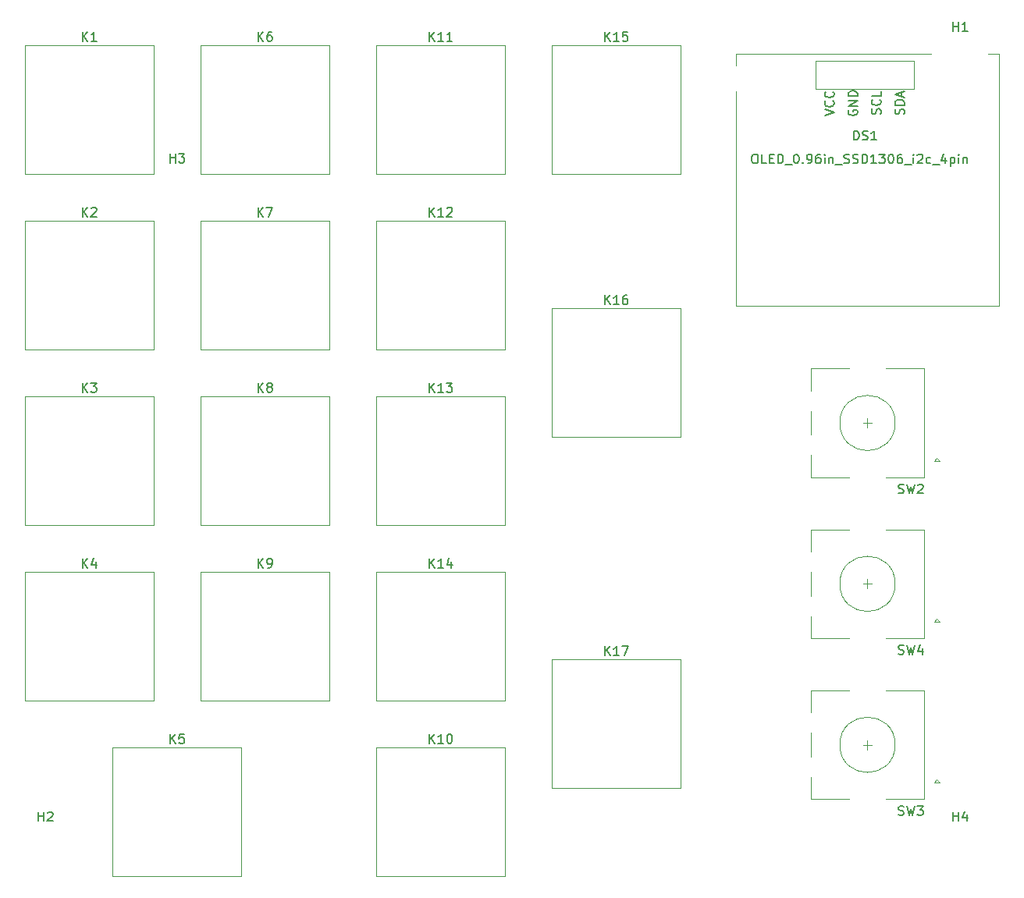
<source format=gto>
G04 #@! TF.GenerationSoftware,KiCad,Pcbnew,(5.1.4)-1*
G04 #@! TF.CreationDate,2020-08-18T14:14:28-04:00*
G04 #@! TF.ProjectId,my_keyboard,6d795f6b-6579-4626-9f61-72642e6b6963,rev?*
G04 #@! TF.SameCoordinates,Original*
G04 #@! TF.FileFunction,Legend,Top*
G04 #@! TF.FilePolarity,Positive*
%FSLAX46Y46*%
G04 Gerber Fmt 4.6, Leading zero omitted, Abs format (unit mm)*
G04 Created by KiCad (PCBNEW (5.1.4)-1) date 2020-08-18 14:14:28*
%MOMM*%
%LPD*%
G04 APERTURE LIST*
%ADD10C,0.120000*%
%ADD11C,0.150000*%
%ADD12C,4.102000*%
%ADD13C,2.302000*%
%ADD14C,1.880000*%
%ADD15C,1.802000*%
%ADD16C,2.102000*%
%ADD17R,3.302000X2.102000*%
%ADD18R,2.102000X2.102000*%
%ADD19C,0.902000*%
%ADD20C,6.502000*%
%ADD21O,1.802000X2.802000*%
G04 APERTURE END LIST*
D10*
X155099000Y-138747000D02*
X155099000Y-124777000D01*
X169069000Y-138747000D02*
X155099000Y-138747000D01*
X169069000Y-124777000D02*
X169069000Y-138747000D01*
X155099000Y-124777000D02*
X169069000Y-124777000D01*
X155099000Y-100647400D02*
X155099000Y-86677400D01*
X169069000Y-100647400D02*
X155099000Y-100647400D01*
X169069000Y-86677400D02*
X169069000Y-100647400D01*
X155099000Y-86677400D02*
X169069000Y-86677400D01*
X107473000Y-148272000D02*
X107473000Y-134302000D01*
X121443000Y-148272000D02*
X107473000Y-148272000D01*
X121443000Y-134302000D02*
X121443000Y-148272000D01*
X107473000Y-134302000D02*
X121443000Y-134302000D01*
X175101000Y-59054900D02*
X203601000Y-59054900D01*
X203601000Y-59054900D02*
X203601000Y-86354900D01*
X203601000Y-86354900D02*
X175101000Y-86354900D01*
X175101000Y-86354900D02*
X175101000Y-59054900D01*
X185261000Y-59816900D02*
X183737000Y-59816900D01*
X183737000Y-59816900D02*
X183737000Y-62864900D01*
X183737000Y-62864900D02*
X194405000Y-62864900D01*
X194405000Y-62864900D02*
X194405000Y-59816900D01*
X194405000Y-59816900D02*
X185261000Y-59816900D01*
X97949000Y-72072400D02*
X97949000Y-58102400D01*
X111919000Y-72072400D02*
X97949000Y-72072400D01*
X111919000Y-58102400D02*
X111919000Y-72072400D01*
X97949000Y-58102400D02*
X111919000Y-58102400D01*
X97949000Y-77152400D02*
X111919000Y-77152400D01*
X111919000Y-77152400D02*
X111919000Y-91122400D01*
X111919000Y-91122400D02*
X97949000Y-91122400D01*
X97949000Y-91122400D02*
X97949000Y-77152400D01*
X97949000Y-110172400D02*
X97949000Y-96202400D01*
X111919000Y-110172400D02*
X97949000Y-110172400D01*
X111919000Y-96202400D02*
X111919000Y-110172400D01*
X97949000Y-96202400D02*
X111919000Y-96202400D01*
X97949000Y-115252000D02*
X111919000Y-115252000D01*
X111919000Y-115252000D02*
X111919000Y-129222000D01*
X111919000Y-129222000D02*
X97949000Y-129222000D01*
X97949000Y-129222000D02*
X97949000Y-115252000D01*
X116999000Y-58102400D02*
X130969000Y-58102400D01*
X130969000Y-58102400D02*
X130969000Y-72072400D01*
X130969000Y-72072400D02*
X116999000Y-72072400D01*
X116999000Y-72072400D02*
X116999000Y-58102400D01*
X116999000Y-91122400D02*
X116999000Y-77152400D01*
X130969000Y-91122400D02*
X116999000Y-91122400D01*
X130969000Y-77152400D02*
X130969000Y-91122400D01*
X116999000Y-77152400D02*
X130969000Y-77152400D01*
X116999000Y-96202400D02*
X130969000Y-96202400D01*
X130969000Y-96202400D02*
X130969000Y-110172400D01*
X130969000Y-110172400D02*
X116999000Y-110172400D01*
X116999000Y-110172400D02*
X116999000Y-96202400D01*
X116999000Y-129222000D02*
X116999000Y-115252000D01*
X130969000Y-129222000D02*
X116999000Y-129222000D01*
X130969000Y-115252000D02*
X130969000Y-129222000D01*
X116999000Y-115252000D02*
X130969000Y-115252000D01*
X136049000Y-134302000D02*
X150019000Y-134302000D01*
X150019000Y-134302000D02*
X150019000Y-148272000D01*
X150019000Y-148272000D02*
X136049000Y-148272000D01*
X136049000Y-148272000D02*
X136049000Y-134302000D01*
X136049000Y-72072400D02*
X136049000Y-58102400D01*
X150019000Y-72072400D02*
X136049000Y-72072400D01*
X150019000Y-58102400D02*
X150019000Y-72072400D01*
X136049000Y-58102400D02*
X150019000Y-58102400D01*
X136049000Y-77152400D02*
X150019000Y-77152400D01*
X150019000Y-77152400D02*
X150019000Y-91122400D01*
X150019000Y-91122400D02*
X136049000Y-91122400D01*
X136049000Y-91122400D02*
X136049000Y-77152400D01*
X136049000Y-110172400D02*
X136049000Y-96202400D01*
X150019000Y-110172400D02*
X136049000Y-110172400D01*
X150019000Y-96202400D02*
X150019000Y-110172400D01*
X136049000Y-96202400D02*
X150019000Y-96202400D01*
X136049000Y-115252000D02*
X150019000Y-115252000D01*
X150019000Y-115252000D02*
X150019000Y-129222000D01*
X150019000Y-129222000D02*
X136049000Y-129222000D01*
X136049000Y-129222000D02*
X136049000Y-115252000D01*
X155099000Y-58102400D02*
X169069000Y-58102400D01*
X169069000Y-58102400D02*
X169069000Y-72072400D01*
X169069000Y-72072400D02*
X155099000Y-72072400D01*
X155099000Y-72072400D02*
X155099000Y-58102400D01*
X189850000Y-99100000D02*
X188850000Y-99100000D01*
X189350000Y-99600000D02*
X189350000Y-98600000D01*
X183250000Y-95600000D02*
X183250000Y-93200000D01*
X183250000Y-100400000D02*
X183250000Y-97800000D01*
X183250000Y-105000000D02*
X183250000Y-102600000D01*
X196550000Y-103200000D02*
X196850000Y-102900000D01*
X197150000Y-103200000D02*
X196550000Y-103200000D01*
X196850000Y-102900000D02*
X197150000Y-103200000D01*
X195450000Y-105000000D02*
X195450000Y-93200000D01*
X191350000Y-105000000D02*
X195450000Y-105000000D01*
X191350000Y-93200000D02*
X195450000Y-93200000D01*
X183250000Y-93200000D02*
X187350000Y-93200000D01*
X187350000Y-105000000D02*
X183250000Y-105000000D01*
X192350000Y-99100000D02*
G75*
G03X192350000Y-99100000I-3000000J0D01*
G01*
X192350000Y-134025000D02*
G75*
G03X192350000Y-134025000I-3000000J0D01*
G01*
X187350000Y-139925000D02*
X183250000Y-139925000D01*
X183250000Y-128125000D02*
X187350000Y-128125000D01*
X191350000Y-128125000D02*
X195450000Y-128125000D01*
X191350000Y-139925000D02*
X195450000Y-139925000D01*
X195450000Y-139925000D02*
X195450000Y-128125000D01*
X196850000Y-137825000D02*
X197150000Y-138125000D01*
X197150000Y-138125000D02*
X196550000Y-138125000D01*
X196550000Y-138125000D02*
X196850000Y-137825000D01*
X183250000Y-139925000D02*
X183250000Y-137525000D01*
X183250000Y-135325000D02*
X183250000Y-132725000D01*
X183250000Y-130525000D02*
X183250000Y-128125000D01*
X189350000Y-134525000D02*
X189350000Y-133525000D01*
X189850000Y-134025000D02*
X188850000Y-134025000D01*
X189850000Y-116562000D02*
X188850000Y-116562000D01*
X189350000Y-117062000D02*
X189350000Y-116062000D01*
X183250000Y-113062000D02*
X183250000Y-110662000D01*
X183250000Y-117862000D02*
X183250000Y-115262000D01*
X183250000Y-122462000D02*
X183250000Y-120062000D01*
X196550000Y-120662000D02*
X196850000Y-120362000D01*
X197150000Y-120662000D02*
X196550000Y-120662000D01*
X196850000Y-120362000D02*
X197150000Y-120662000D01*
X195450000Y-122462000D02*
X195450000Y-110662000D01*
X191350000Y-122462000D02*
X195450000Y-122462000D01*
X191350000Y-110662000D02*
X195450000Y-110662000D01*
X183250000Y-110662000D02*
X187350000Y-110662000D01*
X187350000Y-122462000D02*
X183250000Y-122462000D01*
X192350000Y-116562000D02*
G75*
G03X192350000Y-116562000I-3000000J0D01*
G01*
D11*
X160869714Y-124340380D02*
X160869714Y-123340380D01*
X161441142Y-124340380D02*
X161012571Y-123768952D01*
X161441142Y-123340380D02*
X160869714Y-123911809D01*
X162393523Y-124340380D02*
X161822095Y-124340380D01*
X162107809Y-124340380D02*
X162107809Y-123340380D01*
X162012571Y-123483238D01*
X161917333Y-123578476D01*
X161822095Y-123626095D01*
X162726857Y-123340380D02*
X163393523Y-123340380D01*
X162964952Y-124340380D01*
X160869714Y-86240780D02*
X160869714Y-85240780D01*
X161441142Y-86240780D02*
X161012571Y-85669352D01*
X161441142Y-85240780D02*
X160869714Y-85812209D01*
X162393523Y-86240780D02*
X161822095Y-86240780D01*
X162107809Y-86240780D02*
X162107809Y-85240780D01*
X162012571Y-85383638D01*
X161917333Y-85478876D01*
X161822095Y-85526495D01*
X163250666Y-85240780D02*
X163060190Y-85240780D01*
X162964952Y-85288400D01*
X162917333Y-85336019D01*
X162822095Y-85478876D01*
X162774476Y-85669352D01*
X162774476Y-86050304D01*
X162822095Y-86145542D01*
X162869714Y-86193161D01*
X162964952Y-86240780D01*
X163155428Y-86240780D01*
X163250666Y-86193161D01*
X163298285Y-86145542D01*
X163345904Y-86050304D01*
X163345904Y-85812209D01*
X163298285Y-85716971D01*
X163250666Y-85669352D01*
X163155428Y-85621733D01*
X162964952Y-85621733D01*
X162869714Y-85669352D01*
X162822095Y-85716971D01*
X162774476Y-85812209D01*
X113719904Y-133865380D02*
X113719904Y-132865380D01*
X114291333Y-133865380D02*
X113862761Y-133293952D01*
X114291333Y-132865380D02*
X113719904Y-133436809D01*
X115196095Y-132865380D02*
X114719904Y-132865380D01*
X114672285Y-133341571D01*
X114719904Y-133293952D01*
X114815142Y-133246333D01*
X115053238Y-133246333D01*
X115148476Y-133293952D01*
X115196095Y-133341571D01*
X115243714Y-133436809D01*
X115243714Y-133674904D01*
X115196095Y-133770142D01*
X115148476Y-133817761D01*
X115053238Y-133865380D01*
X114815142Y-133865380D01*
X114719904Y-133817761D01*
X114672285Y-133770142D01*
X187856714Y-68397280D02*
X187856714Y-67397280D01*
X188094809Y-67397280D01*
X188237666Y-67444900D01*
X188332904Y-67540138D01*
X188380523Y-67635376D01*
X188428142Y-67825852D01*
X188428142Y-67968709D01*
X188380523Y-68159185D01*
X188332904Y-68254423D01*
X188237666Y-68349661D01*
X188094809Y-68397280D01*
X187856714Y-68397280D01*
X188809095Y-68349661D02*
X188951952Y-68397280D01*
X189190047Y-68397280D01*
X189285285Y-68349661D01*
X189332904Y-68302042D01*
X189380523Y-68206804D01*
X189380523Y-68111566D01*
X189332904Y-68016328D01*
X189285285Y-67968709D01*
X189190047Y-67921090D01*
X188999571Y-67873471D01*
X188904333Y-67825852D01*
X188856714Y-67778233D01*
X188809095Y-67682995D01*
X188809095Y-67587757D01*
X188856714Y-67492519D01*
X188904333Y-67444900D01*
X188999571Y-67397280D01*
X189237666Y-67397280D01*
X189380523Y-67444900D01*
X190332904Y-68397280D02*
X189761476Y-68397280D01*
X190047190Y-68397280D02*
X190047190Y-67397280D01*
X189951952Y-67540138D01*
X189856714Y-67635376D01*
X189761476Y-67682995D01*
X177048619Y-69937280D02*
X177239095Y-69937280D01*
X177334333Y-69984900D01*
X177429571Y-70080138D01*
X177477190Y-70270614D01*
X177477190Y-70603947D01*
X177429571Y-70794423D01*
X177334333Y-70889661D01*
X177239095Y-70937280D01*
X177048619Y-70937280D01*
X176953380Y-70889661D01*
X176858142Y-70794423D01*
X176810523Y-70603947D01*
X176810523Y-70270614D01*
X176858142Y-70080138D01*
X176953380Y-69984900D01*
X177048619Y-69937280D01*
X178381952Y-70937280D02*
X177905761Y-70937280D01*
X177905761Y-69937280D01*
X178715285Y-70413471D02*
X179048619Y-70413471D01*
X179191476Y-70937280D02*
X178715285Y-70937280D01*
X178715285Y-69937280D01*
X179191476Y-69937280D01*
X179620047Y-70937280D02*
X179620047Y-69937280D01*
X179858142Y-69937280D01*
X180001000Y-69984900D01*
X180096238Y-70080138D01*
X180143857Y-70175376D01*
X180191476Y-70365852D01*
X180191476Y-70508709D01*
X180143857Y-70699185D01*
X180096238Y-70794423D01*
X180001000Y-70889661D01*
X179858142Y-70937280D01*
X179620047Y-70937280D01*
X180381952Y-71032519D02*
X181143857Y-71032519D01*
X181572428Y-69937280D02*
X181667666Y-69937280D01*
X181762904Y-69984900D01*
X181810523Y-70032519D01*
X181858142Y-70127757D01*
X181905761Y-70318233D01*
X181905761Y-70556328D01*
X181858142Y-70746804D01*
X181810523Y-70842042D01*
X181762904Y-70889661D01*
X181667666Y-70937280D01*
X181572428Y-70937280D01*
X181477190Y-70889661D01*
X181429571Y-70842042D01*
X181381952Y-70746804D01*
X181334333Y-70556328D01*
X181334333Y-70318233D01*
X181381952Y-70127757D01*
X181429571Y-70032519D01*
X181477190Y-69984900D01*
X181572428Y-69937280D01*
X182334333Y-70842042D02*
X182381952Y-70889661D01*
X182334333Y-70937280D01*
X182286714Y-70889661D01*
X182334333Y-70842042D01*
X182334333Y-70937280D01*
X182858142Y-70937280D02*
X183048619Y-70937280D01*
X183143857Y-70889661D01*
X183191476Y-70842042D01*
X183286714Y-70699185D01*
X183334333Y-70508709D01*
X183334333Y-70127757D01*
X183286714Y-70032519D01*
X183239095Y-69984900D01*
X183143857Y-69937280D01*
X182953380Y-69937280D01*
X182858142Y-69984900D01*
X182810523Y-70032519D01*
X182762904Y-70127757D01*
X182762904Y-70365852D01*
X182810523Y-70461090D01*
X182858142Y-70508709D01*
X182953380Y-70556328D01*
X183143857Y-70556328D01*
X183239095Y-70508709D01*
X183286714Y-70461090D01*
X183334333Y-70365852D01*
X184191476Y-69937280D02*
X184001000Y-69937280D01*
X183905761Y-69984900D01*
X183858142Y-70032519D01*
X183762904Y-70175376D01*
X183715285Y-70365852D01*
X183715285Y-70746804D01*
X183762904Y-70842042D01*
X183810523Y-70889661D01*
X183905761Y-70937280D01*
X184096238Y-70937280D01*
X184191476Y-70889661D01*
X184239095Y-70842042D01*
X184286714Y-70746804D01*
X184286714Y-70508709D01*
X184239095Y-70413471D01*
X184191476Y-70365852D01*
X184096238Y-70318233D01*
X183905761Y-70318233D01*
X183810523Y-70365852D01*
X183762904Y-70413471D01*
X183715285Y-70508709D01*
X184715285Y-70937280D02*
X184715285Y-70270614D01*
X184715285Y-69937280D02*
X184667666Y-69984900D01*
X184715285Y-70032519D01*
X184762904Y-69984900D01*
X184715285Y-69937280D01*
X184715285Y-70032519D01*
X185191476Y-70270614D02*
X185191476Y-70937280D01*
X185191476Y-70365852D02*
X185239095Y-70318233D01*
X185334333Y-70270614D01*
X185477190Y-70270614D01*
X185572428Y-70318233D01*
X185620047Y-70413471D01*
X185620047Y-70937280D01*
X185858142Y-71032519D02*
X186620047Y-71032519D01*
X186810523Y-70889661D02*
X186953380Y-70937280D01*
X187191476Y-70937280D01*
X187286714Y-70889661D01*
X187334333Y-70842042D01*
X187381952Y-70746804D01*
X187381952Y-70651566D01*
X187334333Y-70556328D01*
X187286714Y-70508709D01*
X187191476Y-70461090D01*
X187001000Y-70413471D01*
X186905761Y-70365852D01*
X186858142Y-70318233D01*
X186810523Y-70222995D01*
X186810523Y-70127757D01*
X186858142Y-70032519D01*
X186905761Y-69984900D01*
X187001000Y-69937280D01*
X187239095Y-69937280D01*
X187381952Y-69984900D01*
X187762904Y-70889661D02*
X187905761Y-70937280D01*
X188143857Y-70937280D01*
X188239095Y-70889661D01*
X188286714Y-70842042D01*
X188334333Y-70746804D01*
X188334333Y-70651566D01*
X188286714Y-70556328D01*
X188239095Y-70508709D01*
X188143857Y-70461090D01*
X187953380Y-70413471D01*
X187858142Y-70365852D01*
X187810523Y-70318233D01*
X187762904Y-70222995D01*
X187762904Y-70127757D01*
X187810523Y-70032519D01*
X187858142Y-69984900D01*
X187953380Y-69937280D01*
X188191476Y-69937280D01*
X188334333Y-69984900D01*
X188762904Y-70937280D02*
X188762904Y-69937280D01*
X189001000Y-69937280D01*
X189143857Y-69984900D01*
X189239095Y-70080138D01*
X189286714Y-70175376D01*
X189334333Y-70365852D01*
X189334333Y-70508709D01*
X189286714Y-70699185D01*
X189239095Y-70794423D01*
X189143857Y-70889661D01*
X189001000Y-70937280D01*
X188762904Y-70937280D01*
X190286714Y-70937280D02*
X189715285Y-70937280D01*
X190001000Y-70937280D02*
X190001000Y-69937280D01*
X189905761Y-70080138D01*
X189810523Y-70175376D01*
X189715285Y-70222995D01*
X190620047Y-69937280D02*
X191239095Y-69937280D01*
X190905761Y-70318233D01*
X191048619Y-70318233D01*
X191143857Y-70365852D01*
X191191476Y-70413471D01*
X191239095Y-70508709D01*
X191239095Y-70746804D01*
X191191476Y-70842042D01*
X191143857Y-70889661D01*
X191048619Y-70937280D01*
X190762904Y-70937280D01*
X190667666Y-70889661D01*
X190620047Y-70842042D01*
X191858142Y-69937280D02*
X191953380Y-69937280D01*
X192048619Y-69984900D01*
X192096238Y-70032519D01*
X192143857Y-70127757D01*
X192191476Y-70318233D01*
X192191476Y-70556328D01*
X192143857Y-70746804D01*
X192096238Y-70842042D01*
X192048619Y-70889661D01*
X191953380Y-70937280D01*
X191858142Y-70937280D01*
X191762904Y-70889661D01*
X191715285Y-70842042D01*
X191667666Y-70746804D01*
X191620047Y-70556328D01*
X191620047Y-70318233D01*
X191667666Y-70127757D01*
X191715285Y-70032519D01*
X191762904Y-69984900D01*
X191858142Y-69937280D01*
X193048619Y-69937280D02*
X192858142Y-69937280D01*
X192762904Y-69984900D01*
X192715285Y-70032519D01*
X192620047Y-70175376D01*
X192572428Y-70365852D01*
X192572428Y-70746804D01*
X192620047Y-70842042D01*
X192667666Y-70889661D01*
X192762904Y-70937280D01*
X192953380Y-70937280D01*
X193048619Y-70889661D01*
X193096238Y-70842042D01*
X193143857Y-70746804D01*
X193143857Y-70508709D01*
X193096238Y-70413471D01*
X193048619Y-70365852D01*
X192953380Y-70318233D01*
X192762904Y-70318233D01*
X192667666Y-70365852D01*
X192620047Y-70413471D01*
X192572428Y-70508709D01*
X193334333Y-71032519D02*
X194096238Y-71032519D01*
X194334333Y-70937280D02*
X194334333Y-70270614D01*
X194334333Y-69937280D02*
X194286714Y-69984900D01*
X194334333Y-70032519D01*
X194381952Y-69984900D01*
X194334333Y-69937280D01*
X194334333Y-70032519D01*
X194762904Y-70032519D02*
X194810523Y-69984900D01*
X194905761Y-69937280D01*
X195143857Y-69937280D01*
X195239095Y-69984900D01*
X195286714Y-70032519D01*
X195334333Y-70127757D01*
X195334333Y-70222995D01*
X195286714Y-70365852D01*
X194715285Y-70937280D01*
X195334333Y-70937280D01*
X196191476Y-70889661D02*
X196096238Y-70937280D01*
X195905761Y-70937280D01*
X195810523Y-70889661D01*
X195762904Y-70842042D01*
X195715285Y-70746804D01*
X195715285Y-70461090D01*
X195762904Y-70365852D01*
X195810523Y-70318233D01*
X195905761Y-70270614D01*
X196096238Y-70270614D01*
X196191476Y-70318233D01*
X196381952Y-71032519D02*
X197143857Y-71032519D01*
X197810523Y-70270614D02*
X197810523Y-70937280D01*
X197572428Y-69889661D02*
X197334333Y-70603947D01*
X197953380Y-70603947D01*
X198334333Y-70270614D02*
X198334333Y-71270614D01*
X198334333Y-70318233D02*
X198429571Y-70270614D01*
X198620047Y-70270614D01*
X198715285Y-70318233D01*
X198762904Y-70365852D01*
X198810523Y-70461090D01*
X198810523Y-70746804D01*
X198762904Y-70842042D01*
X198715285Y-70889661D01*
X198620047Y-70937280D01*
X198429571Y-70937280D01*
X198334333Y-70889661D01*
X199239095Y-70937280D02*
X199239095Y-70270614D01*
X199239095Y-69937280D02*
X199191476Y-69984900D01*
X199239095Y-70032519D01*
X199286714Y-69984900D01*
X199239095Y-69937280D01*
X199239095Y-70032519D01*
X199715285Y-70270614D02*
X199715285Y-70937280D01*
X199715285Y-70365852D02*
X199762904Y-70318233D01*
X199858142Y-70270614D01*
X200001000Y-70270614D01*
X200096238Y-70318233D01*
X200143857Y-70413471D01*
X200143857Y-70937280D01*
X184713380Y-65722233D02*
X185713380Y-65388900D01*
X184713380Y-65055566D01*
X185618142Y-64150804D02*
X185665761Y-64198423D01*
X185713380Y-64341280D01*
X185713380Y-64436519D01*
X185665761Y-64579376D01*
X185570523Y-64674614D01*
X185475285Y-64722233D01*
X185284809Y-64769852D01*
X185141952Y-64769852D01*
X184951476Y-64722233D01*
X184856238Y-64674614D01*
X184761000Y-64579376D01*
X184713380Y-64436519D01*
X184713380Y-64341280D01*
X184761000Y-64198423D01*
X184808619Y-64150804D01*
X185618142Y-63150804D02*
X185665761Y-63198423D01*
X185713380Y-63341280D01*
X185713380Y-63436519D01*
X185665761Y-63579376D01*
X185570523Y-63674614D01*
X185475285Y-63722233D01*
X185284809Y-63769852D01*
X185141952Y-63769852D01*
X184951476Y-63722233D01*
X184856238Y-63674614D01*
X184761000Y-63579376D01*
X184713380Y-63436519D01*
X184713380Y-63341280D01*
X184761000Y-63198423D01*
X184808619Y-63150804D01*
X187301000Y-65150804D02*
X187253380Y-65246042D01*
X187253380Y-65388900D01*
X187301000Y-65531757D01*
X187396238Y-65626995D01*
X187491476Y-65674614D01*
X187681952Y-65722233D01*
X187824809Y-65722233D01*
X188015285Y-65674614D01*
X188110523Y-65626995D01*
X188205761Y-65531757D01*
X188253380Y-65388900D01*
X188253380Y-65293661D01*
X188205761Y-65150804D01*
X188158142Y-65103185D01*
X187824809Y-65103185D01*
X187824809Y-65293661D01*
X188253380Y-64674614D02*
X187253380Y-64674614D01*
X188253380Y-64103185D01*
X187253380Y-64103185D01*
X188253380Y-63626995D02*
X187253380Y-63626995D01*
X187253380Y-63388900D01*
X187301000Y-63246042D01*
X187396238Y-63150804D01*
X187491476Y-63103185D01*
X187681952Y-63055566D01*
X187824809Y-63055566D01*
X188015285Y-63103185D01*
X188110523Y-63150804D01*
X188205761Y-63246042D01*
X188253380Y-63388900D01*
X188253380Y-63626995D01*
X190745761Y-65579376D02*
X190793380Y-65436519D01*
X190793380Y-65198423D01*
X190745761Y-65103185D01*
X190698142Y-65055566D01*
X190602904Y-65007947D01*
X190507666Y-65007947D01*
X190412428Y-65055566D01*
X190364809Y-65103185D01*
X190317190Y-65198423D01*
X190269571Y-65388900D01*
X190221952Y-65484138D01*
X190174333Y-65531757D01*
X190079095Y-65579376D01*
X189983857Y-65579376D01*
X189888619Y-65531757D01*
X189841000Y-65484138D01*
X189793380Y-65388900D01*
X189793380Y-65150804D01*
X189841000Y-65007947D01*
X190698142Y-64007947D02*
X190745761Y-64055566D01*
X190793380Y-64198423D01*
X190793380Y-64293661D01*
X190745761Y-64436519D01*
X190650523Y-64531757D01*
X190555285Y-64579376D01*
X190364809Y-64626995D01*
X190221952Y-64626995D01*
X190031476Y-64579376D01*
X189936238Y-64531757D01*
X189841000Y-64436519D01*
X189793380Y-64293661D01*
X189793380Y-64198423D01*
X189841000Y-64055566D01*
X189888619Y-64007947D01*
X190793380Y-63103185D02*
X190793380Y-63579376D01*
X189793380Y-63579376D01*
X193285761Y-65603185D02*
X193333380Y-65460328D01*
X193333380Y-65222233D01*
X193285761Y-65126995D01*
X193238142Y-65079376D01*
X193142904Y-65031757D01*
X193047666Y-65031757D01*
X192952428Y-65079376D01*
X192904809Y-65126995D01*
X192857190Y-65222233D01*
X192809571Y-65412709D01*
X192761952Y-65507947D01*
X192714333Y-65555566D01*
X192619095Y-65603185D01*
X192523857Y-65603185D01*
X192428619Y-65555566D01*
X192381000Y-65507947D01*
X192333380Y-65412709D01*
X192333380Y-65174614D01*
X192381000Y-65031757D01*
X193333380Y-64603185D02*
X192333380Y-64603185D01*
X192333380Y-64365090D01*
X192381000Y-64222233D01*
X192476238Y-64126995D01*
X192571476Y-64079376D01*
X192761952Y-64031757D01*
X192904809Y-64031757D01*
X193095285Y-64079376D01*
X193190523Y-64126995D01*
X193285761Y-64222233D01*
X193333380Y-64365090D01*
X193333380Y-64603185D01*
X193047666Y-63650804D02*
X193047666Y-63174614D01*
X193333380Y-63746042D02*
X192333380Y-63412709D01*
X193333380Y-63079376D01*
X104195904Y-57665780D02*
X104195904Y-56665780D01*
X104767333Y-57665780D02*
X104338761Y-57094352D01*
X104767333Y-56665780D02*
X104195904Y-57237209D01*
X105719714Y-57665780D02*
X105148285Y-57665780D01*
X105434000Y-57665780D02*
X105434000Y-56665780D01*
X105338761Y-56808638D01*
X105243523Y-56903876D01*
X105148285Y-56951495D01*
X104195904Y-76715780D02*
X104195904Y-75715780D01*
X104767333Y-76715780D02*
X104338761Y-76144352D01*
X104767333Y-75715780D02*
X104195904Y-76287209D01*
X105148285Y-75811019D02*
X105195904Y-75763400D01*
X105291142Y-75715780D01*
X105529238Y-75715780D01*
X105624476Y-75763400D01*
X105672095Y-75811019D01*
X105719714Y-75906257D01*
X105719714Y-76001495D01*
X105672095Y-76144352D01*
X105100666Y-76715780D01*
X105719714Y-76715780D01*
X104195904Y-95765780D02*
X104195904Y-94765780D01*
X104767333Y-95765780D02*
X104338761Y-95194352D01*
X104767333Y-94765780D02*
X104195904Y-95337209D01*
X105100666Y-94765780D02*
X105719714Y-94765780D01*
X105386380Y-95146733D01*
X105529238Y-95146733D01*
X105624476Y-95194352D01*
X105672095Y-95241971D01*
X105719714Y-95337209D01*
X105719714Y-95575304D01*
X105672095Y-95670542D01*
X105624476Y-95718161D01*
X105529238Y-95765780D01*
X105243523Y-95765780D01*
X105148285Y-95718161D01*
X105100666Y-95670542D01*
X104195904Y-114815380D02*
X104195904Y-113815380D01*
X104767333Y-114815380D02*
X104338761Y-114243952D01*
X104767333Y-113815380D02*
X104195904Y-114386809D01*
X105624476Y-114148714D02*
X105624476Y-114815380D01*
X105386380Y-113767761D02*
X105148285Y-114482047D01*
X105767333Y-114482047D01*
X123245904Y-57665780D02*
X123245904Y-56665780D01*
X123817333Y-57665780D02*
X123388761Y-57094352D01*
X123817333Y-56665780D02*
X123245904Y-57237209D01*
X124674476Y-56665780D02*
X124484000Y-56665780D01*
X124388761Y-56713400D01*
X124341142Y-56761019D01*
X124245904Y-56903876D01*
X124198285Y-57094352D01*
X124198285Y-57475304D01*
X124245904Y-57570542D01*
X124293523Y-57618161D01*
X124388761Y-57665780D01*
X124579238Y-57665780D01*
X124674476Y-57618161D01*
X124722095Y-57570542D01*
X124769714Y-57475304D01*
X124769714Y-57237209D01*
X124722095Y-57141971D01*
X124674476Y-57094352D01*
X124579238Y-57046733D01*
X124388761Y-57046733D01*
X124293523Y-57094352D01*
X124245904Y-57141971D01*
X124198285Y-57237209D01*
X123245904Y-76715780D02*
X123245904Y-75715780D01*
X123817333Y-76715780D02*
X123388761Y-76144352D01*
X123817333Y-75715780D02*
X123245904Y-76287209D01*
X124150666Y-75715780D02*
X124817333Y-75715780D01*
X124388761Y-76715780D01*
X123245904Y-95765780D02*
X123245904Y-94765780D01*
X123817333Y-95765780D02*
X123388761Y-95194352D01*
X123817333Y-94765780D02*
X123245904Y-95337209D01*
X124388761Y-95194352D02*
X124293523Y-95146733D01*
X124245904Y-95099114D01*
X124198285Y-95003876D01*
X124198285Y-94956257D01*
X124245904Y-94861019D01*
X124293523Y-94813400D01*
X124388761Y-94765780D01*
X124579238Y-94765780D01*
X124674476Y-94813400D01*
X124722095Y-94861019D01*
X124769714Y-94956257D01*
X124769714Y-95003876D01*
X124722095Y-95099114D01*
X124674476Y-95146733D01*
X124579238Y-95194352D01*
X124388761Y-95194352D01*
X124293523Y-95241971D01*
X124245904Y-95289590D01*
X124198285Y-95384828D01*
X124198285Y-95575304D01*
X124245904Y-95670542D01*
X124293523Y-95718161D01*
X124388761Y-95765780D01*
X124579238Y-95765780D01*
X124674476Y-95718161D01*
X124722095Y-95670542D01*
X124769714Y-95575304D01*
X124769714Y-95384828D01*
X124722095Y-95289590D01*
X124674476Y-95241971D01*
X124579238Y-95194352D01*
X123245904Y-114815380D02*
X123245904Y-113815380D01*
X123817333Y-114815380D02*
X123388761Y-114243952D01*
X123817333Y-113815380D02*
X123245904Y-114386809D01*
X124293523Y-114815380D02*
X124484000Y-114815380D01*
X124579238Y-114767761D01*
X124626857Y-114720142D01*
X124722095Y-114577285D01*
X124769714Y-114386809D01*
X124769714Y-114005857D01*
X124722095Y-113910619D01*
X124674476Y-113863000D01*
X124579238Y-113815380D01*
X124388761Y-113815380D01*
X124293523Y-113863000D01*
X124245904Y-113910619D01*
X124198285Y-114005857D01*
X124198285Y-114243952D01*
X124245904Y-114339190D01*
X124293523Y-114386809D01*
X124388761Y-114434428D01*
X124579238Y-114434428D01*
X124674476Y-114386809D01*
X124722095Y-114339190D01*
X124769714Y-114243952D01*
X141819714Y-133865380D02*
X141819714Y-132865380D01*
X142391142Y-133865380D02*
X141962571Y-133293952D01*
X142391142Y-132865380D02*
X141819714Y-133436809D01*
X143343523Y-133865380D02*
X142772095Y-133865380D01*
X143057809Y-133865380D02*
X143057809Y-132865380D01*
X142962571Y-133008238D01*
X142867333Y-133103476D01*
X142772095Y-133151095D01*
X143962571Y-132865380D02*
X144057809Y-132865380D01*
X144153047Y-132913000D01*
X144200666Y-132960619D01*
X144248285Y-133055857D01*
X144295904Y-133246333D01*
X144295904Y-133484428D01*
X144248285Y-133674904D01*
X144200666Y-133770142D01*
X144153047Y-133817761D01*
X144057809Y-133865380D01*
X143962571Y-133865380D01*
X143867333Y-133817761D01*
X143819714Y-133770142D01*
X143772095Y-133674904D01*
X143724476Y-133484428D01*
X143724476Y-133246333D01*
X143772095Y-133055857D01*
X143819714Y-132960619D01*
X143867333Y-132913000D01*
X143962571Y-132865380D01*
X141819714Y-57665780D02*
X141819714Y-56665780D01*
X142391142Y-57665780D02*
X141962571Y-57094352D01*
X142391142Y-56665780D02*
X141819714Y-57237209D01*
X143343523Y-57665780D02*
X142772095Y-57665780D01*
X143057809Y-57665780D02*
X143057809Y-56665780D01*
X142962571Y-56808638D01*
X142867333Y-56903876D01*
X142772095Y-56951495D01*
X144295904Y-57665780D02*
X143724476Y-57665780D01*
X144010190Y-57665780D02*
X144010190Y-56665780D01*
X143914952Y-56808638D01*
X143819714Y-56903876D01*
X143724476Y-56951495D01*
X141819714Y-76715780D02*
X141819714Y-75715780D01*
X142391142Y-76715780D02*
X141962571Y-76144352D01*
X142391142Y-75715780D02*
X141819714Y-76287209D01*
X143343523Y-76715780D02*
X142772095Y-76715780D01*
X143057809Y-76715780D02*
X143057809Y-75715780D01*
X142962571Y-75858638D01*
X142867333Y-75953876D01*
X142772095Y-76001495D01*
X143724476Y-75811019D02*
X143772095Y-75763400D01*
X143867333Y-75715780D01*
X144105428Y-75715780D01*
X144200666Y-75763400D01*
X144248285Y-75811019D01*
X144295904Y-75906257D01*
X144295904Y-76001495D01*
X144248285Y-76144352D01*
X143676857Y-76715780D01*
X144295904Y-76715780D01*
X141819714Y-95765780D02*
X141819714Y-94765780D01*
X142391142Y-95765780D02*
X141962571Y-95194352D01*
X142391142Y-94765780D02*
X141819714Y-95337209D01*
X143343523Y-95765780D02*
X142772095Y-95765780D01*
X143057809Y-95765780D02*
X143057809Y-94765780D01*
X142962571Y-94908638D01*
X142867333Y-95003876D01*
X142772095Y-95051495D01*
X143676857Y-94765780D02*
X144295904Y-94765780D01*
X143962571Y-95146733D01*
X144105428Y-95146733D01*
X144200666Y-95194352D01*
X144248285Y-95241971D01*
X144295904Y-95337209D01*
X144295904Y-95575304D01*
X144248285Y-95670542D01*
X144200666Y-95718161D01*
X144105428Y-95765780D01*
X143819714Y-95765780D01*
X143724476Y-95718161D01*
X143676857Y-95670542D01*
X141819714Y-114815380D02*
X141819714Y-113815380D01*
X142391142Y-114815380D02*
X141962571Y-114243952D01*
X142391142Y-113815380D02*
X141819714Y-114386809D01*
X143343523Y-114815380D02*
X142772095Y-114815380D01*
X143057809Y-114815380D02*
X143057809Y-113815380D01*
X142962571Y-113958238D01*
X142867333Y-114053476D01*
X142772095Y-114101095D01*
X144200666Y-114148714D02*
X144200666Y-114815380D01*
X143962571Y-113767761D02*
X143724476Y-114482047D01*
X144343523Y-114482047D01*
X160869714Y-57665780D02*
X160869714Y-56665780D01*
X161441142Y-57665780D02*
X161012571Y-57094352D01*
X161441142Y-56665780D02*
X160869714Y-57237209D01*
X162393523Y-57665780D02*
X161822095Y-57665780D01*
X162107809Y-57665780D02*
X162107809Y-56665780D01*
X162012571Y-56808638D01*
X161917333Y-56903876D01*
X161822095Y-56951495D01*
X163298285Y-56665780D02*
X162822095Y-56665780D01*
X162774476Y-57141971D01*
X162822095Y-57094352D01*
X162917333Y-57046733D01*
X163155428Y-57046733D01*
X163250666Y-57094352D01*
X163298285Y-57141971D01*
X163345904Y-57237209D01*
X163345904Y-57475304D01*
X163298285Y-57570542D01*
X163250666Y-57618161D01*
X163155428Y-57665780D01*
X162917333Y-57665780D01*
X162822095Y-57618161D01*
X162774476Y-57570542D01*
X192716666Y-106704761D02*
X192859523Y-106752380D01*
X193097619Y-106752380D01*
X193192857Y-106704761D01*
X193240476Y-106657142D01*
X193288095Y-106561904D01*
X193288095Y-106466666D01*
X193240476Y-106371428D01*
X193192857Y-106323809D01*
X193097619Y-106276190D01*
X192907142Y-106228571D01*
X192811904Y-106180952D01*
X192764285Y-106133333D01*
X192716666Y-106038095D01*
X192716666Y-105942857D01*
X192764285Y-105847619D01*
X192811904Y-105800000D01*
X192907142Y-105752380D01*
X193145238Y-105752380D01*
X193288095Y-105800000D01*
X193621428Y-105752380D02*
X193859523Y-106752380D01*
X194050000Y-106038095D01*
X194240476Y-106752380D01*
X194478571Y-105752380D01*
X194811904Y-105847619D02*
X194859523Y-105800000D01*
X194954761Y-105752380D01*
X195192857Y-105752380D01*
X195288095Y-105800000D01*
X195335714Y-105847619D01*
X195383333Y-105942857D01*
X195383333Y-106038095D01*
X195335714Y-106180952D01*
X194764285Y-106752380D01*
X195383333Y-106752380D01*
X192716666Y-141629761D02*
X192859523Y-141677380D01*
X193097619Y-141677380D01*
X193192857Y-141629761D01*
X193240476Y-141582142D01*
X193288095Y-141486904D01*
X193288095Y-141391666D01*
X193240476Y-141296428D01*
X193192857Y-141248809D01*
X193097619Y-141201190D01*
X192907142Y-141153571D01*
X192811904Y-141105952D01*
X192764285Y-141058333D01*
X192716666Y-140963095D01*
X192716666Y-140867857D01*
X192764285Y-140772619D01*
X192811904Y-140725000D01*
X192907142Y-140677380D01*
X193145238Y-140677380D01*
X193288095Y-140725000D01*
X193621428Y-140677380D02*
X193859523Y-141677380D01*
X194050000Y-140963095D01*
X194240476Y-141677380D01*
X194478571Y-140677380D01*
X194764285Y-140677380D02*
X195383333Y-140677380D01*
X195050000Y-141058333D01*
X195192857Y-141058333D01*
X195288095Y-141105952D01*
X195335714Y-141153571D01*
X195383333Y-141248809D01*
X195383333Y-141486904D01*
X195335714Y-141582142D01*
X195288095Y-141629761D01*
X195192857Y-141677380D01*
X194907142Y-141677380D01*
X194811904Y-141629761D01*
X194764285Y-141582142D01*
X192716666Y-124166761D02*
X192859523Y-124214380D01*
X193097619Y-124214380D01*
X193192857Y-124166761D01*
X193240476Y-124119142D01*
X193288095Y-124023904D01*
X193288095Y-123928666D01*
X193240476Y-123833428D01*
X193192857Y-123785809D01*
X193097619Y-123738190D01*
X192907142Y-123690571D01*
X192811904Y-123642952D01*
X192764285Y-123595333D01*
X192716666Y-123500095D01*
X192716666Y-123404857D01*
X192764285Y-123309619D01*
X192811904Y-123262000D01*
X192907142Y-123214380D01*
X193145238Y-123214380D01*
X193288095Y-123262000D01*
X193621428Y-123214380D02*
X193859523Y-124214380D01*
X194050000Y-123500095D01*
X194240476Y-124214380D01*
X194478571Y-123214380D01*
X195288095Y-123547714D02*
X195288095Y-124214380D01*
X195050000Y-123166761D02*
X194811904Y-123881047D01*
X195430952Y-123881047D01*
X198628095Y-56577280D02*
X198628095Y-55577280D01*
X198628095Y-56053471D02*
X199199523Y-56053471D01*
X199199523Y-56577280D02*
X199199523Y-55577280D01*
X200199523Y-56577280D02*
X199628095Y-56577280D01*
X199913809Y-56577280D02*
X199913809Y-55577280D01*
X199818571Y-55720138D01*
X199723333Y-55815376D01*
X199628095Y-55862995D01*
X99409095Y-142302380D02*
X99409095Y-141302380D01*
X99409095Y-141778571D02*
X99980523Y-141778571D01*
X99980523Y-142302380D02*
X99980523Y-141302380D01*
X100409095Y-141397619D02*
X100456714Y-141350000D01*
X100551952Y-141302380D01*
X100790047Y-141302380D01*
X100885285Y-141350000D01*
X100932904Y-141397619D01*
X100980523Y-141492857D01*
X100980523Y-141588095D01*
X100932904Y-141730952D01*
X100361476Y-142302380D01*
X100980523Y-142302380D01*
X113696095Y-70864780D02*
X113696095Y-69864780D01*
X113696095Y-70340971D02*
X114267523Y-70340971D01*
X114267523Y-70864780D02*
X114267523Y-69864780D01*
X114648476Y-69864780D02*
X115267523Y-69864780D01*
X114934190Y-70245733D01*
X115077047Y-70245733D01*
X115172285Y-70293352D01*
X115219904Y-70340971D01*
X115267523Y-70436209D01*
X115267523Y-70674304D01*
X115219904Y-70769542D01*
X115172285Y-70817161D01*
X115077047Y-70864780D01*
X114791333Y-70864780D01*
X114696095Y-70817161D01*
X114648476Y-70769542D01*
X198628095Y-142302380D02*
X198628095Y-141302380D01*
X198628095Y-141778571D02*
X199199523Y-141778571D01*
X199199523Y-142302380D02*
X199199523Y-141302380D01*
X200104285Y-141635714D02*
X200104285Y-142302380D01*
X199866190Y-141254761D02*
X199628095Y-141969047D01*
X200247142Y-141969047D01*
%LPC*%
X177315419Y-146725069D02*
X177226133Y-146677450D01*
X177142800Y-146582211D01*
X177017800Y-146439354D01*
X176928514Y-146391735D01*
X176833276Y-146391735D01*
X176851133Y-146629830D02*
X176761848Y-146582211D01*
X176678514Y-146486973D01*
X176654705Y-146296497D01*
X176696372Y-145963164D01*
X176767800Y-145772688D01*
X176874943Y-145677450D01*
X176976133Y-145629830D01*
X177166610Y-145629830D01*
X177255895Y-145677450D01*
X177339229Y-145772688D01*
X177363038Y-145963164D01*
X177321372Y-146296497D01*
X177249943Y-146486973D01*
X177142800Y-146582211D01*
X177041610Y-146629830D01*
X176851133Y-146629830D01*
X177708276Y-146629830D02*
X177833276Y-145629830D01*
X178077324Y-146344116D01*
X178499943Y-145629830D01*
X178374943Y-146629830D01*
X178851133Y-146629830D02*
X178976133Y-145629830D01*
X179422562Y-146629830D02*
X179065419Y-146058402D01*
X179547562Y-145629830D02*
X178904705Y-146201259D01*
X179601133Y-146725069D02*
X180363038Y-146725069D01*
X180613038Y-146629830D02*
X180738038Y-145629830D01*
X181184467Y-146629830D02*
X180827324Y-146058402D01*
X181309467Y-145629830D02*
X180666610Y-146201259D01*
X181999943Y-146582211D02*
X181898752Y-146629830D01*
X181708276Y-146629830D01*
X181618991Y-146582211D01*
X181583276Y-146486973D01*
X181630895Y-146106021D01*
X181690419Y-146010783D01*
X181791610Y-145963164D01*
X181982086Y-145963164D01*
X182071372Y-146010783D01*
X182107086Y-146106021D01*
X182095181Y-146201259D01*
X181607086Y-146296497D01*
X182458276Y-145963164D02*
X182613038Y-146629830D01*
X182934467Y-145963164D02*
X182613038Y-146629830D01*
X182488038Y-146867926D01*
X182434467Y-146915545D01*
X182333276Y-146963164D01*
X183315419Y-145963164D02*
X183190419Y-146963164D01*
X183309467Y-146010783D02*
X183410657Y-145963164D01*
X183601133Y-145963164D01*
X183690419Y-146010783D01*
X183732086Y-146058402D01*
X183767800Y-146153640D01*
X183732086Y-146439354D01*
X183672562Y-146534592D01*
X183618991Y-146582211D01*
X183517800Y-146629830D01*
X183327324Y-146629830D01*
X183238038Y-146582211D01*
X184565419Y-146629830D02*
X184630895Y-146106021D01*
X184595181Y-146010783D01*
X184505895Y-145963164D01*
X184315419Y-145963164D01*
X184214229Y-146010783D01*
X184571372Y-146582211D02*
X184470181Y-146629830D01*
X184232086Y-146629830D01*
X184142800Y-146582211D01*
X184107086Y-146486973D01*
X184118991Y-146391735D01*
X184178514Y-146296497D01*
X184279705Y-146248878D01*
X184517800Y-146248878D01*
X184618991Y-146201259D01*
X185470181Y-146629830D02*
X185595181Y-145629830D01*
X185476133Y-146582211D02*
X185374943Y-146629830D01*
X185184467Y-146629830D01*
X185095181Y-146582211D01*
X185053514Y-146534592D01*
X185017800Y-146439354D01*
X185053514Y-146153640D01*
X185113038Y-146058402D01*
X185166610Y-146010783D01*
X185267800Y-145963164D01*
X185458276Y-145963164D01*
X185547562Y-146010783D01*
X186696372Y-145963164D02*
X186851133Y-146629830D01*
X187172562Y-145963164D01*
X187993991Y-146629830D02*
X187422562Y-146629830D01*
X187708276Y-146629830D02*
X187833276Y-145629830D01*
X187720181Y-145772688D01*
X187613038Y-145867926D01*
X187511848Y-145915545D01*
X176226133Y-147756021D02*
X176363038Y-147803640D01*
X176404705Y-147851259D01*
X176440419Y-147946497D01*
X176422562Y-148089354D01*
X176363038Y-148184592D01*
X176309467Y-148232211D01*
X176208276Y-148279830D01*
X175827324Y-148279830D01*
X175952324Y-147279830D01*
X176285657Y-147279830D01*
X176374943Y-147327450D01*
X176416610Y-147375069D01*
X176452324Y-147470307D01*
X176440419Y-147565545D01*
X176380895Y-147660783D01*
X176327324Y-147708402D01*
X176226133Y-147756021D01*
X175892800Y-147756021D01*
X176815419Y-147613164D02*
X176970181Y-148279830D01*
X177291610Y-147613164D02*
X176970181Y-148279830D01*
X176845181Y-148517926D01*
X176791610Y-148565545D01*
X176690419Y-148613164D01*
X177601133Y-148184592D02*
X177642800Y-148232211D01*
X177589229Y-148279830D01*
X177547562Y-148232211D01*
X177601133Y-148184592D01*
X177589229Y-148279830D01*
X177666610Y-147660783D02*
X177708276Y-147708402D01*
X177654705Y-147756021D01*
X177613038Y-147708402D01*
X177666610Y-147660783D01*
X177654705Y-147756021D01*
X179482086Y-148375069D02*
X179392800Y-148327450D01*
X179309467Y-148232211D01*
X179184467Y-148089354D01*
X179095181Y-148041735D01*
X178999943Y-148041735D01*
X179017800Y-148279830D02*
X178928514Y-148232211D01*
X178845181Y-148136973D01*
X178821372Y-147946497D01*
X178863038Y-147613164D01*
X178934467Y-147422688D01*
X179041610Y-147327450D01*
X179142800Y-147279830D01*
X179333276Y-147279830D01*
X179422562Y-147327450D01*
X179505895Y-147422688D01*
X179529705Y-147613164D01*
X179488038Y-147946497D01*
X179416610Y-148136973D01*
X179309467Y-148232211D01*
X179208276Y-148279830D01*
X179017800Y-148279830D01*
X180386848Y-147613164D02*
X180303514Y-148279830D01*
X179958276Y-147613164D02*
X179892800Y-148136973D01*
X179928514Y-148232211D01*
X180017800Y-148279830D01*
X180160657Y-148279830D01*
X180261848Y-148232211D01*
X180315419Y-148184592D01*
X181208276Y-148279830D02*
X181273752Y-147756021D01*
X181238038Y-147660783D01*
X181148752Y-147613164D01*
X180958276Y-147613164D01*
X180857086Y-147660783D01*
X181214229Y-148232211D02*
X181113038Y-148279830D01*
X180874943Y-148279830D01*
X180785657Y-148232211D01*
X180749943Y-148136973D01*
X180761848Y-148041735D01*
X180821372Y-147946497D01*
X180922562Y-147898878D01*
X181160657Y-147898878D01*
X181261848Y-147851259D01*
X181767800Y-147613164D02*
X181684467Y-148279830D01*
X181755895Y-147708402D02*
X181809467Y-147660783D01*
X181910657Y-147613164D01*
X182053514Y-147613164D01*
X182142800Y-147660783D01*
X182178514Y-147756021D01*
X182113038Y-148279830D01*
X183101133Y-147613164D02*
X182999943Y-148422688D01*
X182940419Y-148517926D01*
X182886848Y-148565545D01*
X182785657Y-148613164D01*
X182642800Y-148613164D01*
X182553514Y-148565545D01*
X183023752Y-148232211D02*
X182922562Y-148279830D01*
X182732086Y-148279830D01*
X182642800Y-148232211D01*
X182601133Y-148184592D01*
X182565419Y-148089354D01*
X182601133Y-147803640D01*
X182660657Y-147708402D01*
X182714229Y-147660783D01*
X182815419Y-147613164D01*
X183005895Y-147613164D01*
X183095181Y-147660783D01*
X184238038Y-147279830D02*
X184809467Y-147279830D01*
X184398752Y-148279830D02*
X184523752Y-147279830D01*
X185017800Y-148279830D02*
X185101133Y-147613164D01*
X185077324Y-147803640D02*
X185136848Y-147708402D01*
X185190419Y-147660783D01*
X185291610Y-147613164D01*
X185386848Y-147613164D01*
X186148752Y-147613164D02*
X186065419Y-148279830D01*
X185720181Y-147613164D02*
X185654705Y-148136973D01*
X185690419Y-148232211D01*
X185779705Y-148279830D01*
X185922562Y-148279830D01*
X186023752Y-148232211D01*
X186077324Y-148184592D01*
X186684467Y-148279830D02*
X186595181Y-148232211D01*
X186553514Y-148184592D01*
X186517800Y-148089354D01*
X186553514Y-147803640D01*
X186613038Y-147708402D01*
X186666610Y-147660783D01*
X186767800Y-147613164D01*
X186910657Y-147613164D01*
X186999943Y-147660783D01*
X187041610Y-147708402D01*
X187077324Y-147803640D01*
X187041610Y-148089354D01*
X186982086Y-148184592D01*
X186928514Y-148232211D01*
X186827324Y-148279830D01*
X186684467Y-148279830D01*
X187529705Y-147613164D02*
X187446372Y-148279830D01*
X187517800Y-147708402D02*
X187571372Y-147660783D01*
X187672562Y-147613164D01*
X187815419Y-147613164D01*
X187904705Y-147660783D01*
X187940419Y-147756021D01*
X187874943Y-148279830D01*
X188863038Y-147613164D02*
X188761848Y-148422688D01*
X188702324Y-148517926D01*
X188648752Y-148565545D01*
X188547562Y-148613164D01*
X188404705Y-148613164D01*
X188315419Y-148565545D01*
X188785657Y-148232211D02*
X188684467Y-148279830D01*
X188493991Y-148279830D01*
X188404705Y-148232211D01*
X188363038Y-148184592D01*
X188327324Y-148089354D01*
X188363038Y-147803640D01*
X188422562Y-147708402D01*
X188476133Y-147660783D01*
X188577324Y-147613164D01*
X188767800Y-147613164D01*
X188857086Y-147660783D01*
D12*
X162084000Y-131762000D03*
D13*
X158274000Y-129222000D03*
X164624000Y-126682000D03*
D12*
X162084000Y-93662400D03*
D13*
X158274000Y-91122400D03*
X164624000Y-88582400D03*
D12*
X114458000Y-141287000D03*
D13*
X110648000Y-138747000D03*
X116998000Y-136207000D03*
D14*
X185261000Y-61594900D03*
X187801000Y-61594900D03*
X190341000Y-61594900D03*
X192881000Y-61594900D03*
D15*
X110014000Y-65087400D03*
X99854000Y-65087400D03*
D12*
X104934000Y-65087400D03*
D13*
X101124000Y-62547400D03*
X107474000Y-60007400D03*
X107474000Y-79057400D03*
X101124000Y-81597400D03*
D12*
X104934000Y-84137400D03*
D15*
X99854000Y-84137400D03*
X110014000Y-84137400D03*
X110014000Y-103187400D03*
X99854000Y-103187400D03*
D12*
X104934000Y-103187400D03*
D13*
X101124000Y-100647400D03*
X107474000Y-98107400D03*
X107474000Y-117157000D03*
X101124000Y-119697000D03*
D12*
X104934000Y-122237000D03*
D15*
X99854000Y-122237000D03*
X110014000Y-122237000D03*
D13*
X126524000Y-60007400D03*
X120174000Y-62547400D03*
D12*
X123984000Y-65087400D03*
D15*
X118904000Y-65087400D03*
X129064000Y-65087400D03*
X129064000Y-84137400D03*
X118904000Y-84137400D03*
D12*
X123984000Y-84137400D03*
D13*
X120174000Y-81597400D03*
X126524000Y-79057400D03*
X126524000Y-98107400D03*
X120174000Y-100647400D03*
D12*
X123984000Y-103187400D03*
D15*
X118904000Y-103187400D03*
X129064000Y-103187400D03*
X129064000Y-122237000D03*
X118904000Y-122237000D03*
D12*
X123984000Y-122237000D03*
D13*
X120174000Y-119697000D03*
X126524000Y-117157000D03*
X145574000Y-136207000D03*
X139224000Y-138747000D03*
D12*
X143034000Y-141287000D03*
D15*
X137954000Y-141287000D03*
X148114000Y-141287000D03*
X148114000Y-65087400D03*
X137954000Y-65087400D03*
D12*
X143034000Y-65087400D03*
D13*
X139224000Y-62547400D03*
X145574000Y-60007400D03*
X145574000Y-79057400D03*
X139224000Y-81597400D03*
D12*
X143034000Y-84137400D03*
D15*
X137954000Y-84137400D03*
X148114000Y-84137400D03*
X148114000Y-103187400D03*
X137954000Y-103187400D03*
D12*
X143034000Y-103187400D03*
D13*
X139224000Y-100647400D03*
X145574000Y-98107400D03*
X145574000Y-117157000D03*
X139224000Y-119697000D03*
D12*
X143034000Y-122237000D03*
D15*
X137954000Y-122237000D03*
X148114000Y-122237000D03*
D13*
X164624000Y-60007400D03*
X158274000Y-62547400D03*
D12*
X162084000Y-65087400D03*
D15*
X157004000Y-65087400D03*
X167164000Y-65087400D03*
D16*
X182350000Y-96600000D03*
X182350000Y-101600000D03*
D17*
X189350000Y-93500000D03*
X189350000Y-104700000D03*
D16*
X196850000Y-96600000D03*
X196850000Y-99100000D03*
D18*
X196850000Y-101600000D03*
X196850000Y-136525000D03*
D16*
X196850000Y-134025000D03*
X196850000Y-131525000D03*
D17*
X189350000Y-139625000D03*
X189350000Y-128425000D03*
D16*
X182350000Y-136525000D03*
X182350000Y-131525000D03*
X182350000Y-114062000D03*
X182350000Y-119062000D03*
D17*
X189350000Y-110962000D03*
X189350000Y-122162000D03*
D16*
X196850000Y-114062000D03*
X196850000Y-116562000D03*
D18*
X196850000Y-119062000D03*
D19*
X201087056Y-58627844D03*
X199390000Y-57924900D03*
X197692944Y-58627844D03*
X196990000Y-60324900D03*
X197692944Y-62021956D03*
X199390000Y-62724900D03*
X201087056Y-62021956D03*
X201790000Y-60324900D03*
D20*
X199390000Y-60324900D03*
X100171000Y-146050000D03*
D19*
X102571000Y-146050000D03*
X101868056Y-147747056D03*
X100171000Y-148450000D03*
X98473944Y-147747056D03*
X97771000Y-146050000D03*
X98473944Y-144352944D03*
X100171000Y-143650000D03*
X101868056Y-144352944D03*
D20*
X114458000Y-74612400D03*
D19*
X116858000Y-74612400D03*
X116155056Y-76309456D03*
X114458000Y-77012400D03*
X112760944Y-76309456D03*
X112058000Y-74612400D03*
X112760944Y-72915344D03*
X114458000Y-72212400D03*
X116155056Y-72915344D03*
X201087056Y-144352944D03*
X199390000Y-143650000D03*
X197692944Y-144352944D03*
X196990000Y-146050000D03*
X197692944Y-147747056D03*
X199390000Y-148450000D03*
X201087056Y-147747056D03*
X201790000Y-146050000D03*
D20*
X199390000Y-146050000D03*
D21*
X174944000Y-61713400D03*
X182244000Y-61713400D03*
X182244000Y-57213400D03*
X174944000Y-57213400D03*
M02*

</source>
